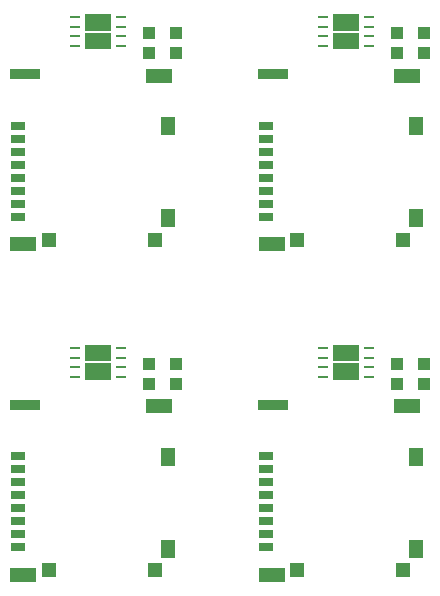
<source format=gbr>
G04 EAGLE Gerber RS-274X export*
G75*
%MOMM*%
%FSLAX34Y34*%
%LPD*%
%INSolderpaste Bottom*%
%IPPOS*%
%AMOC8*
5,1,8,0,0,1.08239X$1,22.5*%
G01*
%ADD10R,1.000000X1.100000*%
%ADD11R,1.240000X0.800000*%
%ADD12R,2.500000X0.950000*%
%ADD13R,2.200000X1.150000*%
%ADD14R,1.250000X1.160000*%
%ADD15R,1.200000X1.160000*%
%ADD16R,1.150000X1.500000*%
%ADD17R,0.863600X0.254000*%

G36*
X314940Y520875D02*
X314940Y520875D01*
X314942Y520874D01*
X314985Y520894D01*
X315029Y520912D01*
X315029Y520914D01*
X315031Y520915D01*
X315064Y521000D01*
X315064Y534494D01*
X315063Y534496D01*
X315064Y534498D01*
X315044Y534541D01*
X315026Y534585D01*
X315024Y534585D01*
X315023Y534587D01*
X314938Y534620D01*
X293062Y534620D01*
X293060Y534619D01*
X293058Y534620D01*
X293015Y534600D01*
X292971Y534582D01*
X292971Y534580D01*
X292969Y534579D01*
X292936Y534494D01*
X292936Y521000D01*
X292937Y520998D01*
X292936Y520996D01*
X292956Y520953D01*
X292974Y520909D01*
X292976Y520909D01*
X292977Y520907D01*
X293062Y520874D01*
X314938Y520874D01*
X314940Y520875D01*
G37*
G36*
X104940Y520875D02*
X104940Y520875D01*
X104942Y520874D01*
X104985Y520894D01*
X105029Y520912D01*
X105029Y520914D01*
X105031Y520915D01*
X105064Y521000D01*
X105064Y534494D01*
X105063Y534496D01*
X105064Y534498D01*
X105044Y534541D01*
X105026Y534585D01*
X105024Y534585D01*
X105023Y534587D01*
X104938Y534620D01*
X83062Y534620D01*
X83060Y534619D01*
X83058Y534620D01*
X83015Y534600D01*
X82971Y534582D01*
X82971Y534580D01*
X82969Y534579D01*
X82936Y534494D01*
X82936Y521000D01*
X82937Y520998D01*
X82936Y520996D01*
X82956Y520953D01*
X82974Y520909D01*
X82976Y520909D01*
X82977Y520907D01*
X83062Y520874D01*
X104938Y520874D01*
X104940Y520875D01*
G37*
G36*
X314940Y505381D02*
X314940Y505381D01*
X314942Y505380D01*
X314985Y505400D01*
X315029Y505418D01*
X315029Y505420D01*
X315031Y505421D01*
X315064Y505506D01*
X315064Y519000D01*
X315063Y519002D01*
X315064Y519004D01*
X315044Y519047D01*
X315026Y519091D01*
X315024Y519091D01*
X315023Y519093D01*
X314938Y519126D01*
X293062Y519126D01*
X293060Y519125D01*
X293058Y519126D01*
X293015Y519106D01*
X292971Y519088D01*
X292971Y519086D01*
X292969Y519085D01*
X292936Y519000D01*
X292936Y505506D01*
X292937Y505504D01*
X292936Y505502D01*
X292956Y505459D01*
X292974Y505415D01*
X292976Y505415D01*
X292977Y505413D01*
X293062Y505380D01*
X314938Y505380D01*
X314940Y505381D01*
G37*
G36*
X104940Y505381D02*
X104940Y505381D01*
X104942Y505380D01*
X104985Y505400D01*
X105029Y505418D01*
X105029Y505420D01*
X105031Y505421D01*
X105064Y505506D01*
X105064Y519000D01*
X105063Y519002D01*
X105064Y519004D01*
X105044Y519047D01*
X105026Y519091D01*
X105024Y519091D01*
X105023Y519093D01*
X104938Y519126D01*
X83062Y519126D01*
X83060Y519125D01*
X83058Y519126D01*
X83015Y519106D01*
X82971Y519088D01*
X82971Y519086D01*
X82969Y519085D01*
X82936Y519000D01*
X82936Y505506D01*
X82937Y505504D01*
X82936Y505502D01*
X82956Y505459D01*
X82974Y505415D01*
X82976Y505415D01*
X82977Y505413D01*
X83062Y505380D01*
X104938Y505380D01*
X104940Y505381D01*
G37*
G36*
X314940Y240875D02*
X314940Y240875D01*
X314942Y240874D01*
X314985Y240894D01*
X315029Y240912D01*
X315029Y240914D01*
X315031Y240915D01*
X315064Y241000D01*
X315064Y254494D01*
X315063Y254496D01*
X315064Y254498D01*
X315044Y254541D01*
X315026Y254585D01*
X315024Y254585D01*
X315023Y254587D01*
X314938Y254620D01*
X293062Y254620D01*
X293060Y254619D01*
X293058Y254620D01*
X293015Y254600D01*
X292971Y254582D01*
X292971Y254580D01*
X292969Y254579D01*
X292936Y254494D01*
X292936Y241000D01*
X292937Y240998D01*
X292936Y240996D01*
X292956Y240953D01*
X292974Y240909D01*
X292976Y240909D01*
X292977Y240907D01*
X293062Y240874D01*
X314938Y240874D01*
X314940Y240875D01*
G37*
G36*
X104940Y240875D02*
X104940Y240875D01*
X104942Y240874D01*
X104985Y240894D01*
X105029Y240912D01*
X105029Y240914D01*
X105031Y240915D01*
X105064Y241000D01*
X105064Y254494D01*
X105063Y254496D01*
X105064Y254498D01*
X105044Y254541D01*
X105026Y254585D01*
X105024Y254585D01*
X105023Y254587D01*
X104938Y254620D01*
X83062Y254620D01*
X83060Y254619D01*
X83058Y254620D01*
X83015Y254600D01*
X82971Y254582D01*
X82971Y254580D01*
X82969Y254579D01*
X82936Y254494D01*
X82936Y241000D01*
X82937Y240998D01*
X82936Y240996D01*
X82956Y240953D01*
X82974Y240909D01*
X82976Y240909D01*
X82977Y240907D01*
X83062Y240874D01*
X104938Y240874D01*
X104940Y240875D01*
G37*
G36*
X314940Y225381D02*
X314940Y225381D01*
X314942Y225380D01*
X314985Y225400D01*
X315029Y225418D01*
X315029Y225420D01*
X315031Y225421D01*
X315064Y225506D01*
X315064Y239000D01*
X315063Y239002D01*
X315064Y239004D01*
X315044Y239047D01*
X315026Y239091D01*
X315024Y239091D01*
X315023Y239093D01*
X314938Y239126D01*
X293062Y239126D01*
X293060Y239125D01*
X293058Y239126D01*
X293015Y239106D01*
X292971Y239088D01*
X292971Y239086D01*
X292969Y239085D01*
X292936Y239000D01*
X292936Y225506D01*
X292937Y225504D01*
X292936Y225502D01*
X292956Y225459D01*
X292974Y225415D01*
X292976Y225415D01*
X292977Y225413D01*
X293062Y225380D01*
X314938Y225380D01*
X314940Y225381D01*
G37*
G36*
X104940Y225381D02*
X104940Y225381D01*
X104942Y225380D01*
X104985Y225400D01*
X105029Y225418D01*
X105029Y225420D01*
X105031Y225421D01*
X105064Y225506D01*
X105064Y239000D01*
X105063Y239002D01*
X105064Y239004D01*
X105044Y239047D01*
X105026Y239091D01*
X105024Y239091D01*
X105023Y239093D01*
X104938Y239126D01*
X83062Y239126D01*
X83060Y239125D01*
X83058Y239126D01*
X83015Y239106D01*
X82971Y239088D01*
X82971Y239086D01*
X82969Y239085D01*
X82936Y239000D01*
X82936Y225506D01*
X82937Y225504D01*
X82936Y225502D01*
X82956Y225459D01*
X82974Y225415D01*
X82976Y225415D01*
X82977Y225413D01*
X83062Y225380D01*
X104938Y225380D01*
X104940Y225381D01*
G37*
D10*
X137000Y221500D03*
X137000Y238500D03*
D11*
X26250Y160400D03*
X26250Y149400D03*
X26250Y138400D03*
X26250Y127400D03*
X26250Y116400D03*
X26250Y105400D03*
X26250Y94400D03*
X26250Y83400D03*
D12*
X32550Y203850D03*
D13*
X31050Y59950D03*
D14*
X52550Y64000D03*
D15*
X142550Y64000D03*
D13*
X145850Y202850D03*
D16*
X153800Y159800D03*
X153800Y82000D03*
D10*
X160000Y221500D03*
X160000Y238500D03*
D17*
X74315Y227808D03*
X74315Y235936D03*
X74315Y244064D03*
X74315Y252192D03*
X113685Y252192D03*
X113685Y244064D03*
X113685Y235936D03*
X113685Y227808D03*
D10*
X137000Y501500D03*
X137000Y518500D03*
D11*
X26250Y440400D03*
X26250Y429400D03*
X26250Y418400D03*
X26250Y407400D03*
X26250Y396400D03*
X26250Y385400D03*
X26250Y374400D03*
X26250Y363400D03*
D12*
X32550Y483850D03*
D13*
X31050Y339950D03*
D14*
X52550Y344000D03*
D15*
X142550Y344000D03*
D13*
X145850Y482850D03*
D16*
X153800Y439800D03*
X153800Y362000D03*
D10*
X160000Y501500D03*
X160000Y518500D03*
D17*
X74315Y507808D03*
X74315Y515936D03*
X74315Y524064D03*
X74315Y532192D03*
X113685Y532192D03*
X113685Y524064D03*
X113685Y515936D03*
X113685Y507808D03*
D10*
X347000Y501500D03*
X347000Y518500D03*
D11*
X236250Y440400D03*
X236250Y429400D03*
X236250Y418400D03*
X236250Y407400D03*
X236250Y396400D03*
X236250Y385400D03*
X236250Y374400D03*
X236250Y363400D03*
D12*
X242550Y483850D03*
D13*
X241050Y339950D03*
D14*
X262550Y344000D03*
D15*
X352550Y344000D03*
D13*
X355850Y482850D03*
D16*
X363800Y439800D03*
X363800Y362000D03*
D10*
X370000Y501500D03*
X370000Y518500D03*
D17*
X284315Y507808D03*
X284315Y515936D03*
X284315Y524064D03*
X284315Y532192D03*
X323685Y532192D03*
X323685Y524064D03*
X323685Y515936D03*
X323685Y507808D03*
D10*
X347000Y221500D03*
X347000Y238500D03*
D11*
X236250Y160400D03*
X236250Y149400D03*
X236250Y138400D03*
X236250Y127400D03*
X236250Y116400D03*
X236250Y105400D03*
X236250Y94400D03*
X236250Y83400D03*
D12*
X242550Y203850D03*
D13*
X241050Y59950D03*
D14*
X262550Y64000D03*
D15*
X352550Y64000D03*
D13*
X355850Y202850D03*
D16*
X363800Y159800D03*
X363800Y82000D03*
D10*
X370000Y221500D03*
X370000Y238500D03*
D17*
X284315Y227808D03*
X284315Y235936D03*
X284315Y244064D03*
X284315Y252192D03*
X323685Y252192D03*
X323685Y244064D03*
X323685Y235936D03*
X323685Y227808D03*
M02*

</source>
